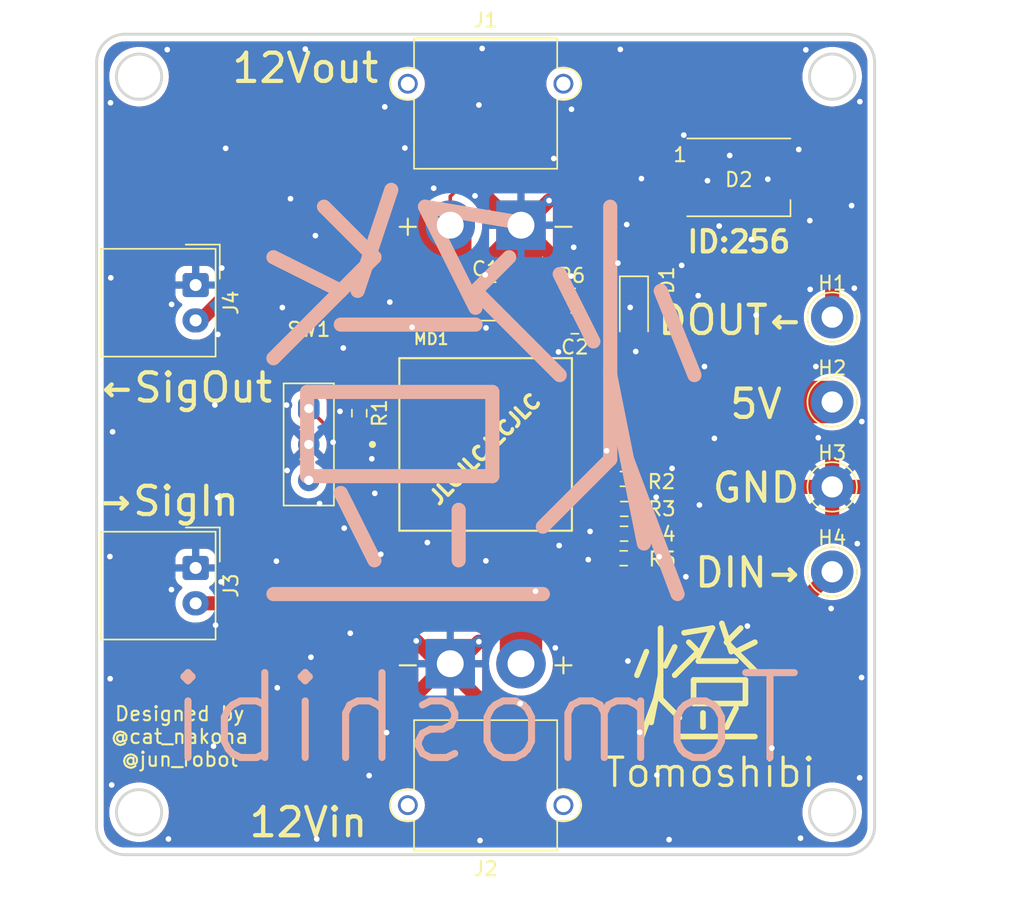
<source format=kicad_pcb>
(kicad_pcb (version 20211014) (generator pcbnew)
  (layers (0 "F.Cu" signal) (31 "B.Cu" signal) (34 "B.Paste" user) (35 "F.Paste" user) (36 "B.SilkS" user "B.Silkscreen") (37 "F.SilkS" user "F.Silkscreen") (38 "B.Mask" user) (39 "F.Mask" user) (44 "Edge.Cuts" user))
  (net 0 "")
  (net 1 "+12V")
  (net 2 "GND")
  (net 3 "+5V")
  (net 4 "DOUT")
  (net 5 "LED_Board")
  (net 6 "DIN")
  (net 7 "Net-(MD1-Pad1)")
  (net 8 "Net-(MD1-Pad6)")
  (net 11 "Net-(MD1-Pad10)")
  (net 14 "Net-(R3-Pad2)")
  (net 15 "Net-(R4-Pad1)")
  (footprint "Connector_AMASS:AMASS_XT30PW-M_1x02_P2.50mm_Horizontal" (layer "F.Cu") (at 122 115.5 180)
    (fp_text reference "J2" (at -2.5 -14.5) (layer "F.SilkS"))
    (fp_text value "Conn_01x02_Female")
    (fp_text user "+" (at -8 0) (layer "F.SilkS") (effects (font (size 1.5 1.5))))
    (fp_text user "-" (at 3 0) (layer "F.SilkS") (effects (font (size 1.5 1.5))))
    (fp_line (start 2.56 -8.89) (end 3.15 -8.89) (layer "F.SilkS") (width 0.12))
    (fp_line (start 2.56 -11.11) (end 3.15 -11.11) (layer "F.SilkS") (width 0.12))
    (fp_line (start -7.56 -8.89) (end -7.56 -3.99) (layer "F.SilkS") (width 0.12))
    (fp_line (start -8.15 -8.89) (end -7.56 -8.89) (layer "F.SilkS") (width 0.12))
    (fp_line (start -7.56 -13.21) (end -7.56 -11.11) (layer "F.SilkS") (width 0.12))
    (fp_line (start -7.56 -3.99) (end 2.56 -3.99) (layer "F.SilkS") (width 0.12))
    (fp_line (start -7.56 -13.21) (end 2.56 -13.21) (layer "F.SilkS") (width 0.12))
    (fp_line (start 2.56 -8.89) (end 2.56 -3.99) (layer "F.SilkS") (width 0.12))
    (fp_line (start -8.15 -11.11) (end -7.56 -11.11) (layer "F.SilkS") (width 0.12))
    (fp_line (start 2.56 -13.21) (end 2.56 -11.11) (layer "F.SilkS") (width 0.12))
    (fp_arc (start 3.15 -11.11) (mid 4.26 -10) (end 3.15 -8.89) (layer "F.SilkS") (width 0.12))
    (fp_arc (start -8.15 -8.89) (mid -9.26 -10) (end -8.15 -11.11) (layer "F.SilkS") (width 0.12))
    (pad "" thru_hole circle (at 3 -10 180) (size 1.4 1.4) (drill 1) (layers *.Cu *.Mask))
    (pad "" thru_hole circle (at -8 -10 180) (size 1.4 1.4) (drill 1) (layers *.Cu *.Mask))
    (pad "1" thru_hole rect (at 0 0 180) (size 3.5 3.5) (drill 1.9) (layers *.Cu *.Mask) (net 2 "GND"))
    (pad "2" thru_hole circle (at -5 0 180) (size 3.5 3.5) (drill 1.9) (layers *.Cu *.Mask) (net 1 "+12V"))
  )
  (footprint "TestPoint:TestPoint_THTPad_D3.0mm_Drill1.5mm" (layer "F.Cu") (at 149 91)
    (fp_text reference "H1" (at 0 -2.398) (layer "F.SilkS"))
    (fp_text value "MountingHole_Pad")
    (fp_circle (center 0 0) (end 0 1.75) (layer "F.SilkS") (width 0.12) (fill none))
    (pad "1" thru_hole circle (at 0 0) (size 3 3) (drill 1.5) (layers *.Cu *.Mask) (net 5 "LED_Board"))
  )
  (footprint "Resistor_SMD:R_0603_1608Metric_Pad0.98x0.95mm_HandSolder" (layer "F.Cu") (at 115.57 97.79 -90)
    (fp_text reference "R1" (at 0 -1.43 90) (layer "F.SilkS"))
    (fp_text value "10k")
    (fp_line (start -0.254724 0.5225) (end 0.254724 0.5225) (layer "F.SilkS") (width 0.12))
    (fp_line (start -0.254724 -0.5225) (end 0.254724 -0.5225) (layer "F.SilkS") (width 0.12))
    (pad "1" smd roundrect (at -0.9125 0 270) (size 0.975 0.95) (layers "F.Cu" "F.Paste" "F.Mask") (net 1 "+12V"))
    (pad "2" smd roundrect (at 0.9125 0 270) (size 0.975 0.95) (layers "F.Cu" "F.Paste" "F.Mask") (net 7 "Net-(MD1-Pad1)"))
  )
  (footprint "Capacitor_SMD:C_1210_3225Metric_Pad1.33x2.70mm_HandSolder" (layer "F.Cu") (at 124.506353 89.885363)
    (fp_text reference "C1" (at 0 -2.3) (layer "F.SilkS"))
    (fp_text value "22uF")
    (fp_line (start -0.711252 1.36) (end 0.711252 1.36) (layer "F.SilkS") (width 0.12))
    (fp_line (start -0.711252 -1.36) (end 0.711252 -1.36) (layer "F.SilkS") (width 0.12))
    (pad "1" smd roundrect (at -1.5625 0) (size 1.325 2.7) (layers "F.Cu" "F.Paste" "F.Mask") (roundrect_rratio 0.1886792453) (net 1 "+12V"))
    (pad "2" smd roundrect (at 1.5625 0) (size 1.325 2.7) (layers "F.Cu" "F.Paste" "F.Mask") (roundrect_rratio 0.1886792453) (net 2 "GND"))
  )
  (footprint "Connector_AMASS:AMASS_XT30PW-M_1x02_P2.50mm_Horizontal" (layer "F.Cu") (at 127 84.5)
    (fp_text reference "J1" (at -2.5 -14.5) (layer "F.SilkS"))
    (fp_text value "Conn_01x02_Female")
    (fp_text user "+" (at -8 0) (layer "F.SilkS") (effects (font (size 1.5 1.5))))
    (fp_text user "-" (at 3 0) (layer "F.SilkS") (effects (font (size 1.5 1.5))))
    (fp_line (start 2.56 -11.11) (end 3.15 -11.11) (layer "F.SilkS") (width 0.12))
    (fp_line (start -7.56 -8.89) (end -7.56 -3.99) (layer "F.SilkS") (width 0.12))
    (fp_line (start 2.56 -8.89) (end 3.15 -8.89) (layer "F.SilkS") (width 0.12))
    (fp_line (start 2.56 -13.21) (end 2.56 -11.11) (layer "F.SilkS") (width 0.12))
    (fp_line (start -7.56 -3.99) (end 2.56 -3.99) (layer "F.SilkS") (width 0.12))
    (fp_line (start -7.56 -13.21) (end 2.56 -13.21) (layer "F.SilkS") (width 0.12))
    (fp_line (start -8.15 -11.11) (end -7.56 -11.11) (layer "F.SilkS") (width 0.12))
    (fp_line (start -7.56 -13.21) (end -7.56 -11.11) (layer "F.SilkS") (width 0.12))
    (fp_line (start 2.56 -8.89) (end 2.56 -3.99) (layer "F.SilkS") (width 0.12))
    (fp_line (start -8.15 -8.89) (end -7.56 -8.89) (layer "F.SilkS") (width 0.12))
    (fp_arc (start -8.15 -8.89) (mid -9.26 -10) (end -8.15 -11.11) (layer "F.SilkS") (width 0.12))
    (fp_arc (start 3.15 -11.11) (mid 4.26 -10) (end 3.15 -8.89) (layer "F.SilkS") (width 0.12))
    (pad "" thru_hole circle (at 3 -10) (size 1.4 1.4) (drill 1) (layers *.Cu *.Mask))
    (pad "" thru_hole circle (at -8 -10) (size 1.4 1.4) (drill 1) (layers *.Cu *.Mask))
    (pad "1" thru_hole rect (at 0 0) (size 3.5 3.5) (drill 1.9) (layers *.Cu *.Mask) (net 2 "GND"))
    (pad "2" thru_hole circle (at -5 0) (size 3.5 3.5) (drill 1.9) (layers *.Cu *.Mask) (net 1 "+12V"))
  )
  (footprint "Capacitor_SMD:C_0805_2012Metric_Pad1.18x1.45mm_HandSolder" (layer "F.Cu") (at 130.81 91.44 180)
    (fp_text reference "C2" (at 0 -1.68) (layer "F.SilkS"))
    (fp_text value "10uF")
    (fp_line (start -0.261252 0.735) (end 0.261252 0.735) (layer "F.SilkS") (width 0.12))
    (fp_line (start -0.261252 -0.735) (end 0.261252 -0.735) (layer "F.SilkS") (width 0.12))
    (pad "1" smd roundrect (at -1.0375 0 180) (size 1.175 1.45) (layers "F.Cu" "F.Paste" "F.Mask") (roundrect_rratio 0.2127659574) (net 3 "+5V"))
    (pad "2" smd roundrect (at 1.0375 0 180) (size 1.175 1.45) (layers "F.Cu" "F.Paste" "F.Mask") (roundrect_rratio 0.2127659574) (net 2 "GND"))
  )
  (footprint "TestPoint:TestPoint_THTPad_D3.0mm_Drill1.5mm" (layer "F.Cu") (at 149 97)
    (fp_text reference "H2" (at 0 -2.398) (layer "F.SilkS"))
    (fp_text value "MountingHole_Pad")
    (fp_circle (center 0 0) (end 0 1.75) (layer "F.SilkS") (width 0.12) (fill none))
    (pad "1" thru_hole circle (at 0 0) (size 3 3) (drill 1.5) (layers *.Cu *.Mask) (net 3 "+5V"))
  )
  (footprint "Connector_Molex:Molex_SPOX_5268-02A_1x02_P2.50mm_Horizontal" (layer "F.Cu") (at 104 88.73 -90)
    (fp_text reference "J4" (at 1.25 -2.5 90) (layer "F.SilkS"))
    (fp_text value "Conn_01x02_Female")
    (fp_line (start -2.86 -1.71) (end -0.45 -1.71) (layer "F.SilkS") (width 0.12))
    (fp_line (start -2.56 -1.41) (end -2.56 6.71) (layer "F.SilkS") (width 0.12))
    (fp_line (start 5.06 6.71) (end 5.06 -1.41) (layer "F.SilkS") (width 0.12))
    (fp_line (start 5.06 -1.41) (end -2.56 -1.41) (layer "F.SilkS") (width 0.12))
    (fp_line (start -2.86 0.7) (end -2.86 -1.71) (layer "F.SilkS") (width 0.12))
    (fp_line (start -2.56 6.71) (end 5.06 6.71) (layer "F.SilkS") (width 0.12))
    (pad "1" thru_hole roundrect (at 0 0 270) (size 1.7 1.85) (drill 0.85) (layers *.Cu *.Mask) (roundrect_rratio 0.1470588235) (net 2 "GND"))
    (pad "2" thru_hole oval (at 2.5 0 270) (size 1.7 1.85) (drill 0.85) (layers *.Cu *.Mask) (net 4 "DOUT"))
  )
  (footprint "Resistor_SMD:R_0603_1608Metric_Pad0.98x0.95mm_HandSolder" (layer "F.Cu") (at 134.285726 106.30921)
    (fp_text reference "R4" (at 2.672479 0.037729) (layer "F.SilkS"))
    (fp_text value "330")
    (fp_line (start -0.254724 0.5225) (end 0.254724 0.5225) (layer "F.SilkS") (width 0.12))
    (fp_line (start -0.254724 -0.5225) (end 0.254724 -0.5225) (layer "F.SilkS") (width 0.12))
    (pad "1" smd roundrect (at -0.9125 0) (size 0.975 0.95) (layers "F.Cu" "F.Paste" "F.Mask") (net 15 "Net-(R4-Pad1)"))
    (pad "2" smd roundrect (at 0.9125 0) (size 0.975 0.95) (layers "F.Cu" "F.Paste" "F.Mask") (net 14 "Net-(R3-Pad2)"))
  )
  (footprint "Connector_Molex:Molex_SPOX_5268-02A_1x02_P2.50mm_Horizontal" (layer "F.Cu") (at 104 108.73 -90)
    (fp_text reference "J3" (at 1.25 -2.5 90) (layer "F.SilkS"))
    (fp_text value "Conn_01x02_Female")
    (fp_line (start 5.06 6.71) (end 5.06 -1.41) (layer "F.SilkS") (width 0.12))
    (fp_line (start -2.56 6.71) (end 5.06 6.71) (layer "F.SilkS") (width 0.12))
    (fp_line (start 5.06 -1.41) (end -2.56 -1.41) (layer "F.SilkS") (width 0.12))
    (fp_line (start -2.86 -1.71) (end -0.45 -1.71) (layer "F.SilkS") (width 0.12))
    (fp_line (start -2.56 -1.41) (end -2.56 6.71) (layer "F.SilkS") (width 0.12))
    (fp_line (start -2.86 0.7) (end -2.86 -1.71) (layer "F.SilkS") (width 0.12))
    (pad "1" thru_hole roundrect (at 0 0 270) (size 1.7 1.85) (drill 0.85) (layers *.Cu *.Mask) (roundrect_rratio 0.1470588235) (net 2 "GND"))
    (pad "2" thru_hole oval (at 2.5 0 270) (size 1.7 1.85) (drill 0.85) (layers *.Cu *.Mask) (net 6 "DIN"))
  )
  (footprint "TestPoint:TestPoint_THTPad_D3.0mm_Drill1.5mm" (layer "F.Cu") (at 149 109)
    (fp_text reference "H4" (at 0 -2.398) (layer "F.SilkS"))
    (fp_text value "MountingHole_Pad")
    (fp_circle (center 0 0) (end 0 1.75) (layer "F.SilkS") (width 0.12) (fill none))
    (pad "1" thru_hole circle (at 0 0) (size 3 3) (drill 1.5) (layers *.Cu *.Mask) (net 6 "DIN"))
  )
  (footprint "Tsuji-Switch:3P_SPDT_SlideSwitch" (layer "F.Cu") (at 112 100)
    (fp_text reference "SW1" (at 0 -8.128 unlocked) (layer "F.SilkS"))
    (fp_text value "SW_SPDT")
    (fp_line (start 1.778 4.318) (end -1.778 4.318) (layer "F.SilkS") (width 0.12))
    (fp_line (start 1.778 -4.318) (end 1.778 4.318) (layer "F.SilkS") (width 0.12))
    (fp_line (start -1.778 -4.318) (end 1.778 -4.318) (layer "F.SilkS") (width 0.12))
    (fp_line (start -1.778 4.318) (end -1.778 -4.318) (layer "F.SilkS") (width 0.12))
    (pad "1" thru_hole roundrect (at 0 -2.54) (size 1.524 1.524) (drill 0.65) (layers *.Cu *.Mask) (net 7 "Net-(MD1-Pad1)"))
    (pad "2" thru_hole circle (at 0 0) (size 1.524 1.524) (drill 0.65) (layers *.Cu *.Mask) (net 2 "GND"))
    (pad "3" thru_hole circle (at 0 2.54) (size 1.524 1.524) (drill 0.65) (layers *.Cu *.Mask))
  )
  (footprint "Resistor_SMD:R_0603_1608Metric_Pad0.98x0.95mm_HandSolder" (layer "F.Cu") (at 134.280437 102.434756 180)
    (fp_text reference "R2" (at -2.652829 -0.201795) (layer "F.SilkS"))
    (fp_text value "100k")
    (fp_line (start -0.254724 -0.5225) (end 0.254724 -0.5225) (layer "F.SilkS") (width 0.12))
    (fp_line (start -0.254724 0.5225) (end 0.254724 0.5225) (layer "F.SilkS") (width 0.12))
    (pad "1" smd roundrect (at -0.9125 0 180) (size 0.975 0.95) (layers "F.Cu" "F.Paste" "F.Mask") (net 11 "Net-(MD1-Pad10)"))
    (pad "2" smd roundrect (at 0.9125 0 180) (size 0.975 0.95) (layers "F.Cu" "F.Paste" "F.Mask") (net 3 "+5V"))
  )
  (footprint "Resistor_SMD:R_0603_1608Metric_Pad0.98x0.95mm_HandSolder" (layer "F.Cu") (at 134.258856 108.044322)
    (fp_text reference "R5" (at 2.73536 0.066026) (layer "F.SilkS"))
    (fp_text value "10")
    (fp_line (start -0.254724 -0.5225) (end 0.254724 -0.5225) (layer "F.SilkS") (width 0.12))
    (fp_line (start -0.254724 0.5225) (end 0.254724 0.5225) (layer "F.SilkS") (width 0.12))
    (pad "1" smd roundrect (at -0.9125 0) (size 0.975 0.95) (layers "F.Cu" "F.Paste" "F.Mask") (net 15 "Net-(R4-Pad1)"))
    (pad "2" smd roundrect (at 0.9125 0) (size 0.975 0.95) (layers "F.Cu" "F.Paste" "F.Mask") (net 2 "GND"))
  )
  (footprint "Diode_SMD:D_SOD-123" (layer "F.Cu") (at 134.985961 90.363846 -90)
    (fp_text reference "D1" (at -1.97 -2.32 90) (layer "F.SilkS"))
    (fp_text value "D")
    (fp_line (start -2.25 -1) (end -2.25 1) (layer "F.SilkS") (width 0.12))
    (fp_line (start -2.25 -1) (end 1.65 -1) (layer "F.SilkS") (width 0.12))
    (fp_line (start -2.25 1) (end 1.65 1) (layer "F.SilkS") (width 0.12))
    (pad "1" smd rect (at -1.65 0 270) (size 0.9 1.2) (layers "F.Cu" "F.Paste" "F.Mask") (net 1 "+12V"))
    (pad "2" smd rect (at 1.65 0 270) (size 0.9 1.2) (layers "F.Cu" "F.Paste" "F.Mask") (net 3 "+5V"))
  )
  (footprint "Tsuji-DCDC:MURATA_OKL-T-6-W12N-C" (layer "F.Cu") (at 124.5 100)
    (fp_text reference "MD1" (at -3.85 -7.45) (layer "F.SilkS") (effects (font (size 0.787402 0.787402))))
    (fp_text value "OKL-T/6-W12N-C")
    (fp_line (start 6.1 6.1) (end 6.1 -6.1) (layer "F.SilkS") (width 0.15))
    (fp_line (start -6.1 -6.1) (end 6.1 -6.1) (layer "F.SilkS") (width 0.15))
    (fp_line (start -6.1 6.1) (end 6.1 6.1) (layer "F.SilkS") (width 0.15))
    (fp_line (start -6.1 6.1) (end -6.1 -6.1) (layer "F.SilkS") (width 0.15))
    (fp_circle (center -8 0) (end -7.75 0) (layer "F.SilkS") (width 0) (fill solid))
    (pad "1" smd rect (at -5.6 0) (size 3 1.2) (layers "F.Cu" "F.Paste" "F.Mask") (net 7 "Net-(MD1-Pad1)"))
    (pad "2" smd custom (at -3.435 -4.585 270) (size 1.77 4.07) (layers "F.Cu" "F.Paste" "F.Mask") (net 1 "+12V") (options (clearance outline) (anchor rect)) (primitives (gr_poly (pts (xy -0.885 -1.75) (xy -2.515 -1.75) (xy -2.515 -0.55) (xy -0.885 -0.55)) (width 0.2) (fill yes)) (gr_poly (pts (xy -0.6 3.665) (xy -0.6 2.035) (xy 0.6 2.035) (xy 0.6 3.665)) (width 0.2) (fill yes))))
    (pad "3" smd custom (at 1.145 -4.585) (size 4.07 1.77) (layers "F.Cu" "F.Paste" "F.Mask") (net 2 "GND") (options (clearance outline) (anchor rect)) (primitives (gr_poly (pts (xy 0.55 -2.515) (xy 1.75 -2.515) (xy 1.75 -0.885) (xy 0.55 -0.885)) (width 0.2) (fill yes)) (gr_poly (pts (xy -0.55 -2.515) (xy -1.75 -2.515) (xy -1.75 -0.885) (xy -0.55 -0.885)) (width 0.2) (fill yes))))
    (pad "4" smd custom (at 4.585 -3.435) (size 1.77 4.07) (layers "F.Cu" "F.Paste" "F.Mask") (net 3 "+5V") (options (clearance outline) (anchor rect)) (primitives (gr_poly (pts (xy 0.885 -1.75) (xy 2.515 -1.75) (xy 2.515 -0.55) (xy 0.885 -0.55)) (width 0.2) (fill yes))))
    (pad "5" smd rect (at 5.6 0) (size 3 1.2) (layers "F.Cu" "F.Paste" "F.Mask") (net 3 "+5V"))
    (pad "6" smd rect (at 5.6 4.58) (size 3 1.2) (layers "F.Cu" "F.Paste" "F.Mask") (net 8 "Net-(MD1-Pad6)"))
    (pad "7" smd rect (at 0 5.6) (size 1.2 3) (layers "F.Cu" "F.Paste" "F.Mask") (net 2 "GND"))
    (pad "8" smd rect (at -2.29 5.6) (size 1.2 3) (layers "F.Cu" "F.Paste" "F.Mask"))
    (pad "9" smd rect (at -5.6 4.58) (size 3 1.2) (layers "F.Cu" "F.Paste" "F.Mask"))
    (pad "10" smd rect (at -5.6 2.29) (size 3 1.2) (layers "F.Cu" "F.Paste" "F.Mask") (net 11 "Net-(MD1-Pad10)"))
    (pad "11" smd rect (at 6.35 2.29) (size 1.5 1.2) (layers "F.Cu" "F.Paste" "F.Mask"))
    (pad "12" smd rect (at 2.29 5.6) (size 1.2 3) (layers "F.Cu" "F.Paste" "F.Mask"))
  )
  (footprint "LED_SMD:LED_WS2812B_PLCC4_5.0x5.0mm_P3.2mm" (layer "F.Cu") (at 142.4 81.12)
    (fp_text reference "D2" (at 0 0.16) (layer "F.SilkS"))
    (fp_text value "WS2812B")
    (fp_text user "1" (at -4.15 -1.6) (layer "F.SilkS"))
    (fp_line (start 3.65 2.75) (end 3.65 1.6) (layer "F.SilkS") (width 0.12))
    (fp_line (start -3.65 -2.75) (end 3.65 -2.75) (layer "F.SilkS") (width 0.12))
    (fp_line (start -3.65 2.75) (end 3.65 2.75) (layer "F.SilkS") (width 0.12))
    (pad "1" smd rect (at -2.45 -1.65) (size 1.5 0.9) (layers "F.Cu" "F.Paste" "F.Mask") (net 3 "+5V"))
    (pad "2" smd rect (at -2.45 1.65) (size 1.5 0.9) (layers "F.Cu" "F.Paste" "F.Mask") (net 4 "DOUT"))
    (pad "3" smd rect (at 2.45 1.65) (size 1.5 0.9) (layers "F.Cu" "F.Paste" "F.Mask") (net 2 "GND"))
    (pad "4" smd rect (at 2.45 -1.65) (size 1.5 0.9) (layers "F.Cu" "F.Paste" "F.Mask") (net 5 "LED_Board"))
  )
  (footprint "Resistor_SMD:R_0603_1608Metric_Pad0.98x0.95mm_HandSolder" (layer "F.Cu") (at 130.574092 89.489604)
    (fp_text reference "R6" (at 0 -1.43) (layer "F.SilkS"))
    (fp_text value "1.2k")
    (fp_line (start -0.254724 -0.5225) (end 0.254724 -0.5225) (layer "F.SilkS") (width 0.12))
    (fp_line (start -0.254724 0.5225) (end 0.254724 0.5225) (layer "F.SilkS") (width 0.12))
    (pad "1" smd roundrect (at -0.9125 0) (size 0.975 0.95) (layers "F.Cu" "F.Paste" "F.Mask") (net 2 "GND"))
    (pad "2" smd roundrect (at 0.9125 0) (size 0.975 0.95) (layers "F.Cu" "F.Paste" "F.Mask") (net 3 "+5V"))
  )
  (footprint "Resistor_SMD:R_0603_1608Metric_Pad0.98x0.95mm_HandSolder" (layer "F.Cu") (at 134.298303 104.557737)
    (fp_text reference "R3" (at 2.659902 -0.002931) (layer "F.SilkS"))
    (fp_text value "1k")
    (fp_line (start -0.254724 0.5225) (end 0.254724 0.5225) (layer "F.SilkS") (width 0.12))
    (fp_line (start -0.254724 -0.5225) (end 0.254724 -0.5225) (layer "F.SilkS") (width 0.12))
    (pad "1" smd roundrect (at -0.9125 0) (size 0.975 0.95) (layers "F.Cu" "F.Paste" "F.Mask") (net 8 "Net-(MD1-Pad6)"))
    (pad "2" smd roundrect (at 0.9125 0) (size 0.975 0.95) (layers "F.Cu" "F.Paste" "F.Mask") (net 14 "Net-(R3-Pad2)"))
  )
  (footprint "TestPoint:TestPoint_THTPad_D3.0mm_Drill1.5mm" (layer "F.Cu") (at 149 103)
    (fp_text reference "H3" (at 0 -2.398) (layer "F.SilkS"))
    (fp_text value "MountingHole_Pad")
    (fp_circle (center 0 0) (end 0 1.75) (layer "F.SilkS") (width 0.12) (fill none))
    (pad "1" thru_hole circle (at 0 0) (size 3 3) (drill 1.5) (layers *.Cu *.Mask) (net 2 "GND"))
  )
  (gr_arc (start 97 73) (mid 97.585786 71.585786) (end 99 71) (layer "Edge.Cuts") (width 0.2))
  (gr_arc (start 152 127) (mid 151.414214 128.414214) (end 150 129) (layer "Edge.Cuts") (width 0.2))
  (gr_line (start 97 73) (end 97 127) (layer "Edge.Cuts") (width 0.2))
  (gr_arc (start 150 71) (mid 151.414214 71.585786) (end 152 73) (layer "Edge.Cuts") (width 0.2))
  (gr_arc (start 99 129) (mid 97.585786 128.414214) (end 97 127) (layer "Edge.Cuts") (width 0.2))
  (gr_line (start 150 71) (end 99 71) (layer "Edge.Cuts") (width 0.2))
  (gr_circle (center 149 126) (end 150.6 126) (layer "Edge.Cuts") (width 0.2) (fill none))
  (gr_line (start 99 129) (end 150 129) (layer "Edge.Cuts") (width 0.2))
  (gr_circle (center 100 126) (end 101.6 126) (layer "Edge.Cuts") (width 0.2) (fill none))
  (gr_circle (center 149 74) (end 150.6 74) (layer "Edge.Cuts") (width 0.2) (fill none))
  (gr_line (start 152 127) (end 152 73) (layer "Edge.Cuts") (width 0.2))
  (gr_circle (center 100 74) (end 101.6 74) (layer "Edge.Cuts") (width 0.2) (fill none))
  (gr_text "燈" (at 123.19 99.06) (layer "B.SilkS") (effects (font (size 25 25) (thickness 1)) (justify mirror)))
  (gr_text "Tomoshibi" (at 124.46 119.38) (layer "B.SilkS") (effects (font (size 6 6) (thickness 0.5)) (justify mirror)))
  (gr_text "Tomoshibi" (at 140.338294 123.19) (layer "F.SilkS") (effects (font (size 2 2) (thickness 0.23))))
  (gr_text "12Vout" (at 111.76 73.39) (layer "F.SilkS") (effects (font (size 2 2) (thickness 0.3))))
  (gr_text "Designed by\n@cat_nakona\n@jun_robot" (at 102.87 120.65) (layer "F.SilkS") (effects (font (size 1 1))))
  (gr_text "JLCJLCJLCJLC" (at 124.46 100.33 45) (layer "F.SilkS") (effects (font (size 1 1) (thickness 0.25))))
  (gr_text "燈" (at 139.7 117.431415) (layer "F.SilkS") (effects (font (size 7 7) (thickness 0.4))))
  (gr_text "5V" (at 143.617315 97.141632) (layer "F.SilkS") (effects (font (size 2 2) (thickness 0.3))))
  (gr_text "→SigIn" (at 102.082604 104.01055) (layer "F.SilkS") (effects (font (size 2 2) (thickness 0.3))))
  (gr_text "←SigOut" (at 103.3 95.988397) (layer "F.SilkS") (effects (font (size 2 2) (thickness 0.3))))
  (gr_text "DIN→\n\n\n" (at 143.086086 112.284514) (layer "F.SilkS") (effects (font (size 2 2) (thickness 0.3))))
  (gr_text "DOUT←" (at 141.812728 91.210447) (layer "F.SilkS") (effects (font (size 2 2) (thickness 0.3))))
  (gr_text "GND" (at 143.617315 103.062745) (layer "F.SilkS") (effects (font (size 2 2) (thickness 0.3))))
  (gr_text "ID:256" (at 142.4 85.674201) (layer "F.SilkS") (effects (font (size 1.5 1.5) (thickness 0.3))))
  (gr_text "12Vin" (at 111.967042 126.716106) (layer "F.SilkS") (effects (font (size 2 2) (thickness 0.3))))
  (segment (start 127 113.025127) (end 127 115.5) (width 3) (layer "F.Cu") (net 1))
  (segment (start 119.525127 84.5) (end 118.522563 85.502563) (width 3) (layer "F.Cu") (net 1))
  (segment (start 116.617563 87.407563) (end 119.602437 87.407563) (width 3) (layer "F.Cu") (net 1))
  (segment (start 121.84 88.82) (end 120.015 86.995) (width 3) (layer "F.Cu") (net 1))
  (segment (start 122 84.5) (end 122 88.82) (width 3) (layer "F.Cu") (net 1))
  (segment (start 129.54 81.28) (end 123.19 81.28) (width 0.25) (layer "F.Cu") (net 1))
  (segment (start 122 82.47) (end 122 84.5) (width 0.25) (layer "F.Cu") (net 1))
  (segment (start 134.985961 88.713846) (end 134.985961 86.725961) (width 0.25) (layer "F.Cu") (net 1))
  (segment (start 120.015 86.995) (end 118.522563 85.502563) (width 3) (layer "F.Cu") (net 1))
  (segment (start 121.92 92.71) (end 120.169134 94.460866) (width 3) (layer "F.Cu") (net 1))
  (segment (start 134.985961 86.725961) (end 129.54 81.28) (width 0.25) (layer "F.Cu") (net 1))
  (segment (start 107.95 96.075127) (end 107.95 102.910234) (width 3) (layer "F.Cu") (net 1))
  (segment (start 115.57 96.8775) (end 117.0325 95.415) (width 0.25) (layer "F.Cu") (net 1))
  (segment (start 125.019374 111.044501) (end 127 113.025127) (width 3) (layer "F.Cu") (net 1))
  (segment (start 120.169134 94.460866) (end 119.277783 94.460866) (width 3) (layer "F.Cu") (net 1))
  (segment (start 122 88.82) (end 121.84 88.82) (width 3) (layer "F.Cu") (net 1))
  (segment (start 116.617563 87.407563) (end 107.95 96.075127) (width 3) (layer "F.Cu") (net 1))
  (segment (start 122 92.63) (end 121.92 92.71) (width 3) (layer "F.Cu") (net 1))
  (segment (start 116.084267 111.044501) (end 125.019374 111.044501) (width 3) (layer "F.Cu") (net 1))
  (segment (start 118.522563 85.502563) (end 116.617563 87.407563) (width 3) (layer "F.Cu") (net 1))
  (segment (start 123.19 81.28) (end 122 82.47) (width 0.25) (layer "F.Cu") (net 1))
  (segment (start 117.0325 95.415) (end 121.065 95.415) (width 0.25) (layer "F.Cu") (net 1))
  (segment (start 119.602437 87.407563) (end 120.015 86.995) (width 3) (layer "F.Cu") (net 1))
  (segment (start 122 84.5) (end 119.525127 84.5) (width 3) (layer "F.Cu") (net 1))
  (segment (start 122 88.82) (end 122 92.63) (width 3) (layer "F.Cu") (net 1))
  (segment (start 107.95 102.910234) (end 116.084267 111.044501) (width 3) (layer "F.Cu") (net 1))
  (segment (start 150.801565 103) (end 150.810997 103.009432) (width 1) (layer "F.Cu") (net 2))
  (segment (start 149 103) (end 150.801565 103) (width 1) (layer "F.Cu") (net 2))
  (segment (start 149 103) (end 149 105.791953) (width 1) (layer "F.Cu") (net 2))
  (segment (start 122 115.5) (end 121.773624 115.5) (width 1) (layer "F.Cu") (net 2))
  (segment (start 121.773624 115.5) (end 119.467433 117.806191) (width 1) (layer "F.Cu") (net 2))
  (segment (start 127 84.5) (end 127 84.545644) (width 1) (layer "F.Cu") (net 2))
  (segment (start 127 84.5) (end 127 88.949) (width 3) (layer "F.Cu") (net 2))
  (segment (start 149 103) (end 149 100.368394) (width 1) (layer "F.Cu") (net 2))
  (segment (start 146.18 103) (end 146.05 102.87) (width 1) (layer "F.Cu") (net 2))
  (segment (start 127.035247 84.5) (end 129.370218 86.834971) (width 1) (layer "F.Cu") (net 2))
  (segment (start 122 115.5) (end 121.207689 115.5) (width 1) (layer "F.Cu") (net 2))
  (segment (start 122 115.952749) (end 124.207153 118.159902) (width 1) (layer "F.Cu") (net 2))
  (segment (start 149 103) (end 146.18 103) (width 1) (layer "F.Cu") (net 2))
  (segment (start 127 88.949) (end 128.8805 90.8295) (width 3) (layer "F.Cu") (net 2))
  (segment (start 127 92.401571) (end 125.305991 94.09558) (width 3) (layer "F.Cu") (net 2))
  (segment (start 127 84.5) (end 127.035247 84.5) (width 1) (layer "F.Cu") (net 2))
  (segment (start 127.243722 84.5) (end 128.983495 82.760227) (width 1) (layer "F.Cu") (net 2))
  (segment (start 127 84.5) (end 126.573066 84.5) (width 1) (layer "F.Cu") (net 2))
  (segment (start 122 115.5) (end 122 115.952749) (width 1) (layer "F.Cu") (net 2))
  (segment (start 121.207689 115.5) (end 119.594769 113.88708) (width 1) (layer "F.Cu") (net 2))
  (segment (start 128.8805 90.8295) (end 127.308429 92.401571) (width 3) (layer "F.Cu") (net 2))
  (segment (start 122.466897 115.5) (end 124.023223 113.943674) (width 1) (layer "F.Cu") (net 2))
  (segment (start 127.308429 92.401571) (end 127 92.401571) (width 3) (layer "F.Cu") (net 2))
  (segment (start 126.573066 84.5) (end 124.729538 82.656472) (width 1) (layer "F.Cu") (net 2))
  (segment (start 149 105.791953) (end 148.924541 105.867412) (width 1) (layer "F.Cu") (net 2))
  (segment (start 122 115.5) (end 122.466897 115.5) (width 1) (layer "F.Cu") (net 2))
  (segment (start 127 84.5) (end 127.243722 84.5) (width 1) (layer "F.Cu") (net 2))
  (segment (start 149 100.368394) (end 149.179213 100.189181) (width 1) (layer "F.Cu") (net 2))
  (segment (start 127 84.545644) (end 124.814428 86.731216) (width 1) (layer "F.Cu") (net 2))
  (via (at 144.45051 81.248704) (size 0.8) (drill 0.4) (layers "F.Cu" "B.Cu") (net 2))
  (via (at 148.926993 111.597472) (size 0.8) (drill 0.4) (layers "F.Cu" "B.Cu") (net 2))
  (via (at 138.657811 109.352973) (size 0.8) (drill 0.4) (layers "F.Cu" "B.Cu") (net 2))
  (via (at 114.502153 105.915985) (size 0.8) (drill 0.4) (layers "F.Cu" "B.Cu") (net 2))
  (via (at 110.469854 101.841241) (size 0.8) (drill 0.4) (layers "F.Cu" "B.Cu") (net 2))
  (via (at 128.025275 110.371659) (size 0.8) (drill 0.4) (layers "F.Cu" "B.Cu") (net 2))
  (via (at 112.761898 104.17573) (size 0.8) (drill 0.4) (layers "F.Cu" "B.Cu") (net 2))
  (via (at 102.302376 90.098539) (size 0.8) (drill 0.4) (layers "F.Cu" "B.Cu") (net 2))
  (via (at 128.983495 82.760227) (size 0.8) (drill 0.4) (layers "F.Cu" "B.Cu") (net 2))
  (via (at 109.710149 108.249396) (size 0.8) (drill 0.4) (layers "F.Cu" "B.Cu") (net 2))
  (via (at 101.992618 72.090477) (size 0.8) (drill 0.4) (layers "F.Cu" "B.Cu") (net 2))
  (via (at 134.475876 84.453321) (size 0.8) (drill 0.4) (layers "F.Cu" "B.Cu") (net 2))
  (via (at 151.077648 116.476396) (size 0.8) (drill 0.4) (layers "F.Cu" "B.Cu") (net 2))
  (via (at 114.930915 113.342827) (size 0.8) (drill 0.4) (layers "F.Cu" "B.Cu") (net 2))
  (via (at 97.981542 75.846882) (size 0.8) (drill 0.4) (layers "F.Cu" "B.Cu") (net 2))
  (via (at 112.150751 115.040637) (size 0.8) (drill 0.4) (layers "F.Cu" "B.Cu") (net 2))
  (via (at 112.468013 85.238558) (size 0.8) (drill 0.4) (layers "F.Cu" "B.Cu") (net 2))
  (via (at 105.264135 121.324607) (size 0.8) (drill 0.4) (layers "F.Cu" "B.Cu") (net 2))
  (via (at 138.359617 87.339598) (size 0.8) (drill 0.4) (layers "F.Cu" "B.Cu") (net 2))
  (via (at 141.012445 84.559434) (size 0.8) (drill 0.4) (layers "F.Cu" "B.Cu") (net 2))
  (via (at 109.771249 117.200245) (size 0.8) (drill 0.4) (layers "F.Cu" "B.Cu") (net 2))
  (via (at 120.38082 106.934671) (size 0.8) (drill 0.4) (layers "F.Cu" "B.Cu") (net 2))
  (via (at 140.67396 99.569343) (size 0.8) (drill 0.4) (layers "F.Cu" "B.Cu") (net 2))
  (via (at 138.508175 78.128978) (size 0.8) (drill 0.4) (layers "F.Cu" "B.Cu") (net 2))
  (via (at 139.972536 94.491623) (size 0.8) (drill 0.4) (layers "F.Cu" "B.Cu") (net 2))
  (via (at 133.052883 100.446544) (size 0.8) (drill 0.4) (layers "F.Cu" "B.Cu") (net 2))
  (via (at 105.846554 87.530601) (size 0.8) (drill 0.4) (layers "F.Cu" "B.Cu") (net 2))
  (via (at 105.57066 92.220802) (size 0.8) (drill 0.4) (layers "F.Cu" "B.Cu") (net 2))
  (via (at 141.755237 79.572117) (size 0.8) (drill 0.4) (layers "F.Cu" "B.Cu") (net 2))
  (via (at 135.112555 93.430491) (size 0.8) (drill 0.4) (layers "F.Cu" "B.Cu") (net 2))
  (via (at 124.253411 72.007992) (size 0.8) (drill 0.4) (layers "F.Cu" "B.Cu") (net 2))
  (via (at 129.425969 114.382735) (size 0.8) (drill 0.4) (layers "F.Cu" "B.Cu") (net 2))
  (via (at 139.612829 104.280765) (size 0.8) (drill 0.4) (layers "F.Cu" "B.Cu") (net 2))
  (via (at 111.753284 72.050437) (size 0.8) (drill 0.4) (layers "F.Cu" "B.Cu") (net 2))
  (via (at 97.956423 116.560748) (size 0.8) (drill 0.4) (layers "F.Cu" "B.Cu") (net 2))
  (via (at 137.468639 127.936614) (size 0.8) (drill 0.4) (layers "F.Cu" "B.Cu") (net 2))
  (via (at 110.427409 97.214708) (size 0.8) (drill 0.4) (layers "F.Cu" "B.Cu") (net 2))
  (via (at 116.454635 101.013558) (size 0.8) (drill 0.4) (layers "F.Cu" "B.Cu") (net 2))
  (via (at 110.706535 82.628175) (size 0.8) (drill 0.4) (layers "F.Cu" "B.Cu") (net 2))
  (via (at 136.556771 103.728977) (size 0.8) (drill 0.4) (layers "F.Cu" "B.Cu") (net 2))
  (via (at 133.851909 87.177968) (size 0.8) (drill 0.4) (layers "F.Cu" "B.Cu") (net 2))
  (via (at 124.471509 88.012725) (size 0.8) (drill 0.4) (layers "F.Cu" "B.Cu") (net 2))
  (via (at 150.562626 88.952517) (size 0.8) (drill 0.4) (layers "F.Cu" "B.Cu") (net 2))
  (via (at 131.756148 108.144361) (size 0.8) (drill 0.4) (layers "F.Cu" "B.Cu") (net 2))
  (via (at 147.84613 94.491623) (size 0.8) (drill 0.4) (layers "F.Cu" "B.Cu") (net 2))
  (via (at 147.4429 89.037408) (size 0.8) (drill 0.4) (layers "F.Cu" "B.Cu") (net 2))
  (via (at 98.1301 99.10688) (size 0.8) (drill 0.4) (layers "F.Cu" "B.Cu") (net 2))
  (via (at 117.37044 76.134051) (size 0.8) (drill 0.4) (layers "F.Cu" "B.Cu") (net 2))
  (via (at 146.761496 127.834397) (size 0.8) (drill 0.4) (layers "F.Cu" "B.Cu") (net 2))
  (via (at 134.559316 115.307993) (size 0.8) (drill 0.4) (layers "F.Cu" "B.Cu") (net 2))
  (via (at 136.768997 107.931057) (size 0.8) (drill 0.4) (layers "F.Cu" "B.Cu") (net 2))
  (via (at 105.550515 103.7502) (size 0.8) (drill 0.4) (layers "F.Cu" "B.Cu") (net 2))
  (via (at 117.498853 120.367516) (size 0.8) (drill 0.4) (layers "F.Cu" "B.Cu") (net 2))
  (via (at 151.094269 98.380875) (size 0.8) (drill 0.4) (layers "F.Cu" "B.Cu") (net 2))
  (via (at 129.649829 93.459866) (size 0.8) (drill 0.4) (layers "F.Cu" "B.Cu") (net 2))
  (via (at 143.005881 112.838996) (size 0.8) (drill 0.4) (layers "F.Cu" "B.Cu") (net 2))
  (via (at 143.283266 85.514452) (size 0.8) (drill 0.4) (layers "F.Cu" "B.Cu") (net 2))
  (via (at 113.716916 99.846314) (size 0.8) (drill 0.4) (layers "F.Cu" "B.Cu") (net 2))
  (via (at 119.298467 91.718048) (size 0.8) (drill 0.4) (layers "F.Cu" "B.Cu") (net 2))
  (via (at 150.942353 123.568649) (size 0.8) (drill 0.4) (layers "F.Cu" "B.Cu") (net 2))
  (via (at 105.805186 109.713758) (size 0.8) (drill 0.4) (layers "F.Cu" "B.Cu") (net 2))
  (via (at 124.519232 108.229251) (size 0.8) (drill 0.4) (layers "F.Cu" "B.Cu") (net 2))
  (via (at 124.026115 76.001922) (size 0.8) (drill 0.4) (layers "F.Cu" "B.Cu") (net 2))
  (via (at 106.123651 79.065054) (size 0.8) (drill 0.4) (layers "F.Cu" "B.Cu") (net 2))
  (via (at 102.076845 127.89135) (size 0.8) (drill 0.4) (layers "F.Cu" "B.Cu") (net 2))
  (via (at 98.002764 88.219673) (size 0.8) (drill 0.4) (layers "F.Cu" "B.Cu") (net 2))
  (via (at 130.725109 86.060243) (size 0.8) (drill 0.4) (layers "F.Cu" "B.Cu") (net 2))
  (via (at 118.792356 79.041551) (size 0.8) (drill 0.4) (layers "F.Cu" "B.Cu") (net 2))
  (via (at 150.773362 107.013385) (size 0.8) (drill 0.4) (layers "F.Cu" "B.Cu") (net 2))
  (via (at 116.265373 123.407863) (size 0.8) (drill 0.4) (layers "F.Cu" "B.Cu") (net 2))
  (via (at 146.636441 79.147664) (size 0.8) (drill 0.4) (layers "F.Cu" "B.Cu") (net 2))
  (via (at 150.371623 83.116295) (size 0.8) (drill 0.4) (layers "F.Cu" "B.Cu") (net 2))
  (via (at 120.829728 81.885383) (size 0.8) (drill 0.4) (layers "F.Cu" "B.Cu") (net 2))
  (via (at 147.421678 84.177427) (size 0.8) (drill 0.4) (layers "F.Cu" "B.Cu") (net 2))
  (via (at 134.719398 90.311843) (size 0.8) (drill 0.4) (layers "F.Cu" "B.Cu") (net 2))
  (via (at 117.091313 107.762353) (size 0.8) (drill 0.4) (layers "F.Cu" "B.Cu") (net 2))
  (via (at 130.555328 88.097616) (size 0.8) (drill 0.4) (layers "F.Cu" "B.Cu") (net 2))
  (via (at 140.184762 81.354817) (size 0.8) (drill 0.4) (layers "F.Cu" "B.Cu") (net 2))
  (via (at 112.560822 127.89135) (size 0.8) (drill 0.4) (layers "F.Cu" "B.Cu") (net 2))
  (via (at 135.515785 81.206259) (size 0.8) (drill 0.4) (layers "F.Cu" "B.Cu") (net 2))
  (via (at 137.68157 101.691605) (size 0.8) (drill 0.4) (layers "F.Cu" "B.Cu") (net 2))
  (via (at 114.205036 97.660384) (size 0.8) (drill 0.4) (layers "F.Cu" "B.Cu") (net 2))
  (via (at 147.137452 72.103494) (size 0.8) (drill 0.4) (layers "F.Cu" "B.Cu") (net 2))
  (via (at 123.749939 82.4241) (size 0.8) (drill 0.4) (layers "F.Cu" "B.Cu") (net 2))
  (via (at 139.526861 89.483083) (size 0.8) (drill 0.4) (layers "F.Cu" "B.Cu") (net 2))
  (via (at 131.883484 106.149434) (size 0.8) (drill 0.4) (layers "F.Cu" "B.Cu") (net 2))
  (via (at 116.666861 103.45416) (size 0.8) (drill 0.4) (layers "F.Cu" "B.Cu") (net 2))
  (via (at 102.290274 110.260447) (size 0.8) (drill 0.4) (layers "F.Cu" "B.Cu") (net 2))
  (via (at 124.023223 113.943674) (size 0.8) (drill 0.4) (layers "F.Cu" "B.Cu") (net 2))
  (via (at 150.957525 75.764397) (size 0.8) (drill 0.4) (layers "F.Cu" "B.Cu") (net 2))
  (via (at 129.697553 107.146897) (size 0.8) (drill 0.4) (layers "F.Cu" "B.Cu") (net 2))
  (via (at 117.727992 89.935348) (size 0.8) (drill 0.4) (layers "F.Cu" "B.Cu") (net 2))
  (via (at 105.358434 97.208119) (size 0.8) (drill 0.4) (layers "F.Cu" "B.Cu") (net 2))
  (via (at 135.389526 120.346293) (size 0.8) (drill 0.4) (layers "F.Cu" "B.Cu") (net 2))
  (via (at 110.131495 90.320713) (size 0.8) (drill 0.4) (layers "F.Cu" "B.Cu") (net 2))
  (via (at 129.318778 79.784343) (size 0.8) (drill 0.4) (layers "F.Cu" "B.Cu") (net 2))
  (via (at 136.607259 123.376029) (size 0.8) (drill 0.4) (layers "F.Cu" "B.Cu") (net 2))
  (via (at 119.594769 113.88708) (size 0.8) (drill 0.4) (layers "F.Cu" "B.Cu") (net 2))
  (via (at 97.939097 107.924881) (size 0.8) (drill 0.4) (layers "F.Cu" "B.Cu") (net 2))
  (via (at 114.438485 93.18241) (size 0.8) (drill 0.4) (layers "F.Cu" "B.Cu") (net 2))
  (via (at 130.570913 76.303832) (size 0.8) (drill 0.4) (layers "F.Cu" "B.Cu") (net 2))
  (via (at 148.016989 99.526897) (size 0.8) (drill 0.4) (layers "F.Cu" "B.Cu") (net 2))
  (via (at 98.065768 124.071277) (size 0.8) (drill 0.4) (layers "F.Cu" "B.Cu") (net 2))
  (via (at 134.02187 72.07166) (size 0.8) (drill 0.4) (layers "F.Cu" "B.Cu") (net 2))
  (via (at 144.73026 121.46786) (size 0.8) (drill 0.4) (layers "F.Cu" "B.Cu") (net 2))
  (via (at 143.622828 90.862554) (size 0.8) (drill 0.4) (layers "F.Cu" "B.Cu") (net 2))
  (via (at 105.41 112.775328) (size 0.8) (drill 0.4) (layers "F.Cu" "B.Cu") (net 2))
  (via (at 124.10593 127.997463) (size 0.8) (drill 0.4) (layers "F.Cu" "B.Cu") (net 2))
  (via (at 126.942921 118.308921) (size 0.8) (drill 0.4) (layers "F.Cu" "B.Cu") (net 2))
  (via (at 124.528102 91.762056) (size 0.8) (drill 0.4) (layers "F.Cu" "B.Cu") (net 2))
  (segment (start 149 97) (end 135.41 97) (width 3) (layer "F.Cu") (net 3))
  (segment (start 134.985961 92.013846) (end 135.316154 92.013846) (width 0.25) (layer "F.Cu") (net 3))
  (segment (start 131.8475 93.8025) (end 131.8475 91.44) (width 0.25) (layer "F.Cu") (net 3))
  (segment (start 135.41 97) (end 130.558447 97) (width 3) (layer "F.Cu") (net 3))
  (segment (start 131 100) (end 133.367937 102.367937) (width 0.25) (layer "F.Cu") (net 3))
  (segment (start 132.08 95.478447) (end 132.08 93.98) (width 3) (layer "F.Cu") (net 3))
  (segment (start 129.085 96.565) (end 131.8475 93.8025) (width 0.25) (layer "F.Cu") (net 3))
  (segment (start 131.8475 91.44) (end 131.8475 89.850512) (width 0.25) (layer "F.Cu") (net 3))
  (segment (start 133.367937 102.367937) (end 133.367937 102.434756) (width 0.25) (layer "F.Cu") (net 3))
  (segment (start 135.316154 92.013846) (end 142.24 85.09) (width 0.25) (layer "F.Cu") (net 3))
  (segment (start 135.1 97) (end 132.08 93.98) (width 3) (layer "F.Cu") (net 3))
  (segment (start 135.41 97) (end 135.1 97) (width 3) (layer "F.Cu") (net 3))
  (segment (start 132.87 97) (end 135.1 97) (width 3) (layer "F.Cu") (net 3))
  (segment (start 142.24 85.09) (end 142.24 81.76) (width 0.25) (layer "F.Cu") (net 3))
  (segment (start 130.81 99.06) (end 132.87 97) (width 3) (layer "F.Cu") (net 3))
  (segment (start 130.558447 97) (end 132.08 95.478447) (width 3) (layer "F.Cu") (net 3))
  (segment (start 130.1 100) (end 131 100) (width 0.25) (layer "F.Cu") (net 3))
  (segment (start 142.24 81.76) (end 139.95 79.47) (width 0.25) (layer "F.Cu") (net 3))
  (segment (start 132.08 93.98) (end 132.08 90.17) (width 3) (layer "F.Cu") (net 3))
  (segment (start 131.8475 89.850512) (end 131.486592 89.489604) (width 0.25) (layer "F.Cu") (net 3))
  (segment (start 130.558447 97) (end 130.558447 98.808447) (width 3) (layer "F.Cu") (net 3))
  (segment (start 130.558447 98.808447) (end 130.81 99.06) (width 3) (layer "F.Cu") (net 3))
  (segment (start 130.558447 97) (end 129.980289 96.421842) (width 3) (layer "F.Cu") (net 3))
  (segment (start 134.046154 92.013846) (end 132.08 93.98) (width 0.25) (layer "F.Cu") (net 3))
  (segment (start 134.985961 92.013846) (end 134.046154 92.013846) (width 0.25) (layer "F.Cu") (net 3))
  (segment (start 129.54 77.47) (end 118.11 77.47) (width 1) (layer "F.Cu") (net 4))
  (segment (start 118.11 77.47) (end 104.35 91.23) (width 1) (layer "F.Cu") (net 4))
  (segment (start 104.35 91.23) (end 104 91.23) (width 1) (layer "F.Cu") (net 4))
  (segment (start 139.95 82.77) (end 134.84 82.77) (width 1) (layer "F.Cu") (net 4))
  (segment (start 134.84 82.77) (end 129.54 77.47) (width 1) (layer "F.Cu") (net 4))
  (segment (start 149 91) (end 149 83.62) (width 1) (layer "F.Cu") (net 5))
  (segment (start 149 83.62) (end 144.85 79.47) (width 1) (layer "F.Cu") (net 5))
  (segment (start 116.84 121.92) (end 136.08 121.92) (width 1) (layer "F.Cu") (net 6))
  (segment (start 104 111.23) (end 106.15 111.23) (width 1) (layer "F.Cu") (net 6))
  (segment (start 136.08 121.92) (end 149 109) (width 1) (layer "F.Cu") (net 6))
  (segment (start 106.15 111.23) (end 116.84 121.92) (width 1) (layer "F.Cu") (net 6))
  (segment (start 115.57 98.7025) (end 116.8675 100) (width 0.25) (layer "F.Cu") (net 7))
  (segment (start 112 97.46) (end 113.2425 98.7025) (width 0.25) (layer "F.Cu") (net 7))
  (segment (start 113.2425 98.7025) (end 115.57 98.7025) (width 0.25) (layer "F.Cu") (net 7))
  (segment (start 116.8675 100) (end 118.9 100) (width 0.25) (layer "F.Cu") (net 7))
  (segment (start 133.36354 104.58) (end 133.385803 104.557737) (width 0.25) (layer "F.Cu") (net 8))
  (segment (start 130.1 104.58) (end 133.36354 104.58) (width 0.25) (layer "F.Cu") (net 8))
  (segment (start 116.15 102.29) (end 115.57 102.87) (width 0.25) (layer "F.Cu") (net 11))
  (segment (start 118.9 102.29) (end 116.15 102.29) (width 0.25) (layer "F.Cu") (net 11))
  (segment (start 136.724756 102.434756) (end 135.192937 102.434756) (width 0.25) (layer "F.Cu") (net 11))
  (segment (start 115.57 102.87) (end 115.57 107.95) (width 0.25) (layer "F.Cu") (net 11))
  (segment (start 138.43 104.14) (end 136.724756 102.434756) (width 0.25) (layer "F.Cu") (net 11))
  (segment (start 138.43 107.95) (end 138.43 104.14) (width 0.25) (layer "F.Cu") (net 11))
  (segment (start 115.57 107.95) (end 116.84 109.22) (width 0.25) (layer "F.Cu") (net 11))
  (segment (start 137.16 109.22) (end 138.43 107.95) (width 0.25) (layer "F.Cu") (net 11))
  (segment (start 116.84 109.22) (end 137.16 109.22) (width 0.25) (layer "F.Cu") (net 11))
  (segment (start 135.210803 106.296633) (end 135.198226 106.30921) (width 0.25) (layer "F.Cu") (net 14))
  (segment (start 135.210803 104.557737) (end 135.210803 106.296633) (width 0.25) (layer "F.Cu") (net 14))
  (segment (start 133.373226 106.30921) (end 133.373226 108.017452) (width 0.25) (layer "F.Cu") (net 15))
  (segment (start 133.373226 108.017452) (end 133.346356 108.044322) (width 0.25) (layer "F.Cu") (net 15))
  (zone (net 2) (net_name "GND") (layers F&B.Cu) (connect_pads (clearance 0.508)) (min_thickness 0.254) (fill yes (thermal_gap 0.508) (thermal_bridge_width 0.508))
    (polygon (pts (xy 162.56 69.85) (xy 157.48 133.35) (xy 90.17 133.35) (xy 92.71 68.58)))
  )
  (zone (net 0) (net_name "") (layer "F.Cu") (connect_pads (clearance 0)) (min_thickness 0.254)
    (keepout (tracks allowed) (vias allowed) (pads allowed) (copperpour not_allowed) (footprints allowed))
    (fill (thermal_gap 0.508) (thermal_bridge_width 0.508))
    (polygon (pts (xy 130.81 105.41) (xy 118.11 105.41) (xy 118.11 93.98) (xy 130.81 93.98)))
  )
)
</source>
